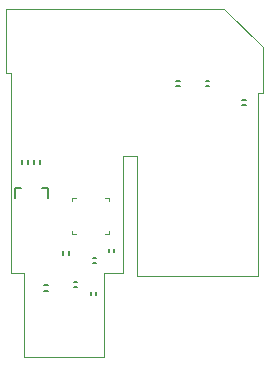
<source format=gto>
G04 EAGLE Gerber RS-274X export*
G75*
%MOMM*%
%FSLAX34Y34*%
%LPD*%
%INSilk top*%
%IPPOS*%
%AMOC8*
5,1,8,0,0,1.08239X$1,22.5*%
G01*
%ADD10C,0.000000*%
%ADD11C,0.152400*%
%ADD12C,0.101600*%


D10*
X11500Y1000D02*
X11500Y72500D01*
X1000Y72500D01*
X1000Y241500D01*
X-3000Y241500D01*
X-3000Y296000D01*
X181500Y296000D01*
X214000Y263500D01*
X214000Y224500D01*
X210000Y224500D01*
X210000Y69500D01*
X107500Y69500D01*
X96000Y72500D02*
X79500Y72500D01*
X79500Y1000D01*
X11500Y1000D01*
X107500Y69500D02*
X107500Y171000D01*
X96000Y171000D01*
X96000Y72500D01*
D11*
X45310Y87700D02*
X45310Y90700D01*
X49790Y90700D02*
X49790Y87700D01*
X69950Y80910D02*
X72950Y80910D01*
X72950Y85390D02*
X69950Y85390D01*
X83610Y89800D02*
X83610Y92800D01*
X88090Y92800D02*
X88090Y89800D01*
X20710Y164914D02*
X20710Y167914D01*
X25190Y167914D02*
X25190Y164914D01*
X165600Y235040D02*
X168600Y235040D01*
X168600Y230560D02*
X165600Y230560D01*
X196485Y218948D02*
X199485Y218948D01*
X199485Y214468D02*
X196485Y214468D01*
D12*
X52800Y136000D02*
X52800Y133000D01*
X52800Y136000D02*
X55800Y136000D01*
X55800Y105000D02*
X52800Y105000D01*
X52800Y108000D01*
X83800Y108000D02*
X83800Y105000D01*
X80800Y105000D01*
X80800Y136000D02*
X83800Y136000D01*
X83800Y133000D01*
D11*
X140600Y235040D02*
X143600Y235040D01*
X143600Y230560D02*
X140600Y230560D01*
X32000Y61840D02*
X29000Y61840D01*
X29000Y57360D02*
X32000Y57360D01*
X72940Y56450D02*
X72940Y53450D01*
X68460Y53450D02*
X68460Y56450D01*
X3976Y136276D02*
X3976Y144404D01*
X9564Y144404D01*
X32424Y144404D02*
X32424Y136276D01*
X32424Y144404D02*
X26836Y144404D01*
X54000Y60210D02*
X57000Y60210D01*
X57000Y64690D02*
X54000Y64690D01*
X10560Y164950D02*
X10560Y167950D01*
X15040Y167950D02*
X15040Y164950D01*
M02*

</source>
